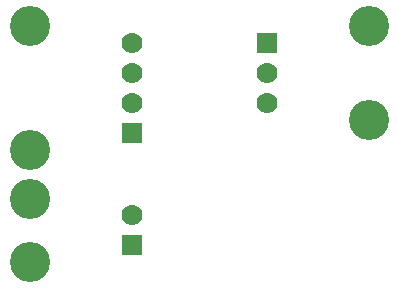
<source format=gbr>
%TF.GenerationSoftware,KiCad,Pcbnew,7.0.10-7.0.10~ubuntu20.04.1*%
%TF.CreationDate,2024-01-20T13:36:01-08:00*%
%TF.ProjectId,beambreak,6265616d-6272-4656-916b-2e6b69636164,rev?*%
%TF.SameCoordinates,Original*%
%TF.FileFunction,Soldermask,Bot*%
%TF.FilePolarity,Negative*%
%FSLAX46Y46*%
G04 Gerber Fmt 4.6, Leading zero omitted, Abs format (unit mm)*
G04 Created by KiCad (PCBNEW 7.0.10-7.0.10~ubuntu20.04.1) date 2024-01-20 13:36:01*
%MOMM*%
%LPD*%
G01*
G04 APERTURE LIST*
%ADD10C,3.400000*%
%ADD11R,1.778000X1.778000*%
%ADD12C,1.778000*%
G04 APERTURE END LIST*
D10*
%TO.C,J3*%
X139704000Y-84325000D03*
X139704000Y-92205000D03*
D11*
X131064000Y-85725000D03*
D12*
X131064000Y-88265000D03*
X131064000Y-90805000D03*
%TD*%
D10*
%TO.C,J2*%
X110994000Y-84325000D03*
X110994000Y-94745000D03*
D11*
X119634000Y-93345000D03*
D12*
X119634000Y-90805000D03*
X119634000Y-88265000D03*
X119634000Y-85725000D03*
%TD*%
D10*
%TO.C,J1*%
X110994000Y-98930000D03*
X110994000Y-104270000D03*
D11*
X119634000Y-102870000D03*
D12*
X119634000Y-100330000D03*
%TD*%
M02*

</source>
